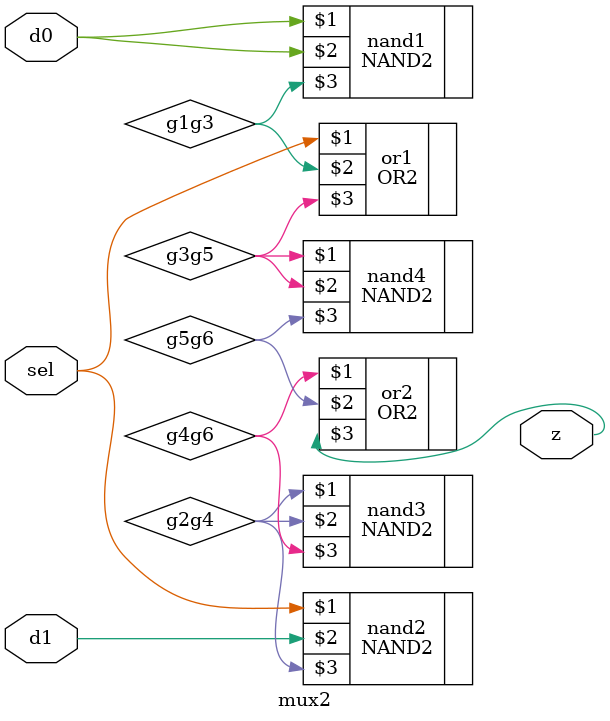
<source format=sv>
module mux2 (
    input logic d0,          // Data input 0
    input logic d1,          // Data input 1
    input logic sel,         // Select input
    output logic z           // Output
);

logic g1g3, g3g5, g5g6, g2g4, g4g6;
NAND2 nand1 (d0, d0, g1g3);
NAND2 nand2 (sel, d1, g2g4);
OR2 or1 (sel, g1g3, g3g5);
NAND2 nand3 (g2g4, g2g4, g4g6);
NAND2 nand4 (g3g5, g3g5, g5g6);
OR2 or2 (g4g6, g5g6, z);

endmodule

</source>
